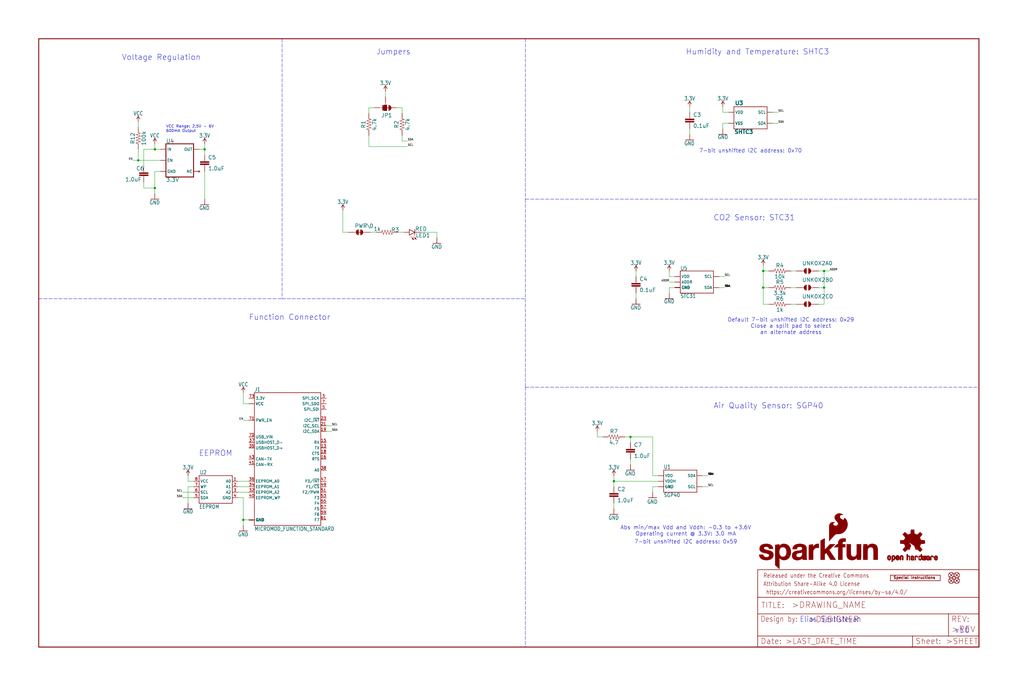
<source format=kicad_sch>
(kicad_sch (version 20211123) (generator eeschema)
  (paper "User" 470.306 317.906)
  (lib_symbols
    (symbol "schematicEagle-eagle-import:0.1UF-0603-25V-5%"
      (property "Reference" "C" (at 1.524 2.921 0))
      (property "Value" "0.1UF-0603-25V-5%" (at 1.524 -2.159 0))
      (symbol "0.1UF-0603-25V-5%_1_0"
        (pin passive line (at 0 5.08 270) (length 2.54) (name "1") (number "1"))
        (pin passive line (at 0 -2.54 90) (length 2.54) (name "2") (number "2"))
      )
    )
    (symbol "schematicEagle-eagle-import:1.0UF-0603-16V-10%"
      (property "Reference" "C" (at 1.524 2.921 0))
      (property "Value" "1.0UF-0603-16V-10%" (at 1.524 -2.159 0))
      (symbol "1.0UF-0603-16V-10%_1_0"
        (pin passive line (at 0 5.08 270) (length 2.54) (name "1") (number "1"))
        (pin passive line (at 0 -2.54 90) (length 2.54) (name "2") (number "2"))
      )
    )
    (symbol "schematicEagle-eagle-import:1.0UF-0603-16V-10%-X7R"
      (property "Reference" "C" (at 1.524 2.921 0))
      (property "Value" "1.0UF-0603-16V-10%-X7R" (at 1.524 -2.159 0))
      (symbol "1.0UF-0603-16V-10%-X7R_1_0"
        (pin passive line (at 0 5.08 270) (length 2.54) (name "1") (number "1"))
        (pin passive line (at 0 -2.54 90) (length 2.54) (name "2") (number "2"))
      )
    )
    (symbol "schematicEagle-eagle-import:100KOHM-0603-1{slash}10W-1%"
      (property "Reference" "R" (at 0 1.524 0))
      (property "Value" "100KOHM-0603-1{slash}10W-1%" (at 0 -1.524 0))
      (symbol "100KOHM-0603-1{slash}10W-1%_1_0"
        (pin passive line (at -5.08 0 0) (length 2.54) (name "1") (number "1"))
        (pin passive line (at 5.08 0 180) (length 2.54) (name "2") (number "2"))
      )
    )
    (symbol "schematicEagle-eagle-import:10KOHM-0603-1{slash}10W-1%"
      (property "Reference" "R" (at 0 1.524 0))
      (property "Value" "10KOHM-0603-1{slash}10W-1%" (at 0 -1.524 0))
      (symbol "10KOHM-0603-1{slash}10W-1%_1_0"
        (pin passive line (at -5.08 0 0) (length 2.54) (name "1") (number "1"))
        (pin passive line (at 5.08 0 180) (length 2.54) (name "2") (number "2"))
      )
    )
    (symbol "schematicEagle-eagle-import:1KOHM-0603-1{slash}10W-1%"
      (property "Reference" "R" (at 0 1.524 0))
      (property "Value" "1KOHM-0603-1{slash}10W-1%" (at 0 -1.524 0))
      (symbol "1KOHM-0603-1{slash}10W-1%_1_0"
        (pin passive line (at -5.08 0 0) (length 2.54) (name "1") (number "1"))
        (pin passive line (at 5.08 0 180) (length 2.54) (name "2") (number "2"))
      )
    )
    (symbol "schematicEagle-eagle-import:3.3KOHM-0603-1{slash}10W-1%"
      (property "Reference" "R" (at 0 1.524 0))
      (property "Value" "3.3KOHM-0603-1{slash}10W-1%" (at 0 -1.524 0))
      (symbol "3.3KOHM-0603-1{slash}10W-1%_1_0"
        (pin passive line (at -5.08 0 0) (length 2.54) (name "1") (number "1"))
        (pin passive line (at 5.08 0 180) (length 2.54) (name "2") (number "2"))
      )
    )
    (symbol "schematicEagle-eagle-import:3.3V" (power)
      (property "Value" "3.3V" (at 0 2.794 0))
      (symbol "3.3V_1_0"
        (pin power_in line (at 0 0 90) (length 2.54) (name "3.3V") (number "1"))
      )
    )
    (symbol "schematicEagle-eagle-import:4.7KOHM-0603-1{slash}10W-1%"
      (property "Reference" "R" (at 0 1.524 0))
      (property "Value" "4.7KOHM-0603-1{slash}10W-1%" (at 0 -1.524 0))
      (symbol "4.7KOHM-0603-1{slash}10W-1%_1_0"
        (pin passive line (at -5.08 0 0) (length 2.54) (name "1") (number "1"))
        (pin passive line (at 5.08 0 180) (length 2.54) (name "2") (number "2"))
      )
    )
    (symbol "schematicEagle-eagle-import:4.7OHM-0603-1{slash}10W-1%"
      (property "Reference" "R" (at 0 1.524 0))
      (property "Value" "4.7OHM-0603-1{slash}10W-1%" (at 0 -1.524 0))
      (symbol "4.7OHM-0603-1{slash}10W-1%_1_0"
        (pin passive line (at -5.08 0 0) (length 2.54) (name "1") (number "1"))
        (pin passive line (at 5.08 0 180) (length 2.54) (name "2") (number "2"))
      )
    )
    (symbol "schematicEagle-eagle-import:EEPROM-I2C512K"
      (property "Reference" "U" (at -7.62 8.382 0))
      (property "Value" "EEPROM-I2C512K" (at -7.62 -7.62 0))
      (symbol "EEPROM-I2C512K_1_0"
        (pin bidirectional line (at -10.16 5.08 0) (length 2.54) (name "A0") (number "1"))
        (pin bidirectional line (at -10.16 2.54 0) (length 2.54) (name "A1") (number "2"))
        (pin bidirectional line (at -10.16 0 0) (length 2.54) (name "A2") (number "3"))
        (pin power_in line (at -10.16 -2.54 0) (length 2.54) (name "GND") (number "4"))
        (pin bidirectional line (at 10.16 -2.54 180) (length 2.54) (name "SDA") (number "5"))
        (pin bidirectional line (at 10.16 0 180) (length 2.54) (name "SCL") (number "6"))
        (pin bidirectional line (at 10.16 2.54 180) (length 2.54) (name "WP") (number "7"))
        (pin power_in line (at 10.16 5.08 180) (length 2.54) (name "VCC") (number "8"))
      )
    )
    (symbol "schematicEagle-eagle-import:FIDUCIAL1X2")
    (symbol "schematicEagle-eagle-import:FRAME-LEDGER"
      (symbol "FRAME-LEDGER_2_0"
        (text " https://creativecommons.org/licenses/by-sa/4.0/" (at 2.54 24.13 0) (effects (font (size 1.9304 1.6408)) (justify left bottom)))
        (text ">DESIGNER" (at 23.114 11.176 0) (effects (font (size 2.7432 2.7432)) (justify left bottom)))
        (text ">DRAWING_NAME" (at 15.494 17.78 0) (effects (font (size 2.7432 2.7432)) (justify left bottom)))
        (text ">LAST_DATE_TIME" (at 12.7 1.27 0) (effects (font (size 2.54 2.54)) (justify left bottom)))
        (text ">REV" (at 88.9 6.604 0) (effects (font (size 2.7432 2.7432)) (justify left bottom)))
        (text ">SHEET" (at 86.36 1.27 0) (effects (font (size 2.54 2.54)) (justify left bottom)))
        (text "Attribution Share-Alike 4.0 License" (at 2.54 27.94 0) (effects (font (size 1.9304 1.6408)) (justify left bottom)))
        (text "Date:" (at 1.27 1.27 0) (effects (font (size 2.54 2.54)) (justify left bottom)))
        (text "Design by:" (at 1.27 11.43 0) (effects (font (size 2.54 2.159)) (justify left bottom)))
        (text "Released under the Creative Commons" (at 2.54 31.75 0) (effects (font (size 1.9304 1.6408)) (justify left bottom)))
        (text "REV:" (at 88.9 11.43 0) (effects (font (size 2.54 2.54)) (justify left bottom)))
        (text "Sheet:" (at 72.39 1.27 0) (effects (font (size 2.54 2.54)) (justify left bottom)))
        (text "TITLE:" (at 1.524 17.78 0) (effects (font (size 2.54 2.54)) (justify left bottom)))
      )
    )
    (symbol "schematicEagle-eagle-import:GND" (power)
      (property "Value" "GND" (at 0 -0.254 0))
      (symbol "GND_1_0"
        (pin power_in line (at 0 2.54 270) (length 2.54) (name "GND") (number "1"))
      )
    )
    (symbol "schematicEagle-eagle-import:JUMPER-SMT_2_NC_TRACE_SILK"
      (property "Reference" "JP" (at -2.54 2.54 0))
      (property "Value" "JUMPER-SMT_2_NC_TRACE_SILK" (at -2.54 -2.54 0))
      (symbol "JUMPER-SMT_2_NC_TRACE_SILK_1_0"
        (pin passive line (at -5.08 0 0) (length 2.54) (name "1") (number "1"))
        (pin passive line (at 5.08 0 180) (length 2.54) (name "2") (number "2"))
      )
    )
    (symbol "schematicEagle-eagle-import:JUMPER-SMT_2_NO_SILK"
      (property "Reference" "JP" (at -2.54 2.54 0))
      (property "Value" "JUMPER-SMT_2_NO_SILK" (at -2.54 -2.54 0))
      (symbol "JUMPER-SMT_2_NO_SILK_1_0"
        (pin passive line (at -5.08 0 0) (length 2.54) (name "1") (number "1"))
        (pin passive line (at 5.08 0 180) (length 2.54) (name "2") (number "2"))
      )
    )
    (symbol "schematicEagle-eagle-import:JUMPER-SMT_3_2-NC_TRACE_SILK"
      (property "Reference" "JP" (at 2.54 0.381 0))
      (property "Value" "JUMPER-SMT_3_2-NC_TRACE_SILK" (at 2.54 -0.381 0))
      (symbol "JUMPER-SMT_3_2-NC_TRACE_SILK_1_0"
        (pin passive line (at 0 5.08 270) (length 2.54) (name "1") (number "1"))
        (pin passive line (at -5.08 0 0) (length 2.54) (name "2") (number "2"))
        (pin passive line (at 0 -5.08 90) (length 2.54) (name "3") (number "3"))
      )
    )
    (symbol "schematicEagle-eagle-import:LED-RED0603"
      (property "Reference" "D" (at -3.429 -4.572 90))
      (property "Value" "LED-RED0603" (at 1.905 -4.572 90))
      (symbol "LED-RED0603_1_0"
        (pin passive line (at 0 2.54 270) (length 2.54) (name "A") (number "A"))
        (pin passive line (at 0 -5.08 90) (length 2.54) (name "C") (number "C"))
      )
    )
    (symbol "schematicEagle-eagle-import:MICROMOD_FUNCTION_STANDARD"
      (property "Reference" "J" (at -15.24 28.448 0))
      (property "Value" "MICROMOD_FUNCTION_STANDARD" (at -15.24 -35.56 0))
      (symbol "MICROMOD_FUNCTION_STANDARD_1_0"
        (pin bidirectional line (at -17.78 -30.48 0) (length 2.54) (name "GND") (number "1"))
        (pin bidirectional line (at 17.78 2.54 180) (length 2.54) (name "TX") (number "13"))
        (pin bidirectional line (at 17.78 5.08 180) (length 2.54) (name "RX") (number "15"))
        (pin bidirectional line (at 17.78 -2.54 180) (length 2.54) (name "RTS") (number "16"))
        (pin bidirectional line (at 17.78 0 180) (length 2.54) (name "CTS") (number "18"))
        (pin bidirectional line (at 17.78 10.16 180) (length 2.54) (name "I2C_SDA") (number "19"))
        (pin bidirectional line (at 17.78 12.7 180) (length 2.54) (name "I2C_SCL") (number "21"))
        (pin bidirectional line (at 17.78 15.24 180) (length 2.54) (name "I2C_~{INT}") (number "23"))
        (pin bidirectional line (at 17.78 25.4 180) (length 2.54) (name "SPI_SCK") (number "3"))
        (pin bidirectional line (at -17.78 -17.78 0) (length 2.54) (name "EEPROM_A2") (number "32"))
        (pin bidirectional line (at -17.78 -30.48 0) (length 2.54) (name "GND") (number "33"))
        (pin bidirectional line (at -17.78 -15.24 0) (length 2.54) (name "EEPROM_A1") (number "34"))
        (pin bidirectional line (at -17.78 2.54 0) (length 2.54) (name "USBHOST_D+") (number "35"))
        (pin bidirectional line (at -17.78 -12.7 0) (length 2.54) (name "EEPROM_A0") (number "36"))
        (pin bidirectional line (at -17.78 5.08 0) (length 2.54) (name "USBHOST_D-") (number "37"))
        (pin bidirectional line (at 17.78 -7.62 180) (length 2.54) (name "A0") (number "38"))
        (pin bidirectional line (at -17.78 -30.48 0) (length 2.54) (name "GND") (number "39"))
        (pin bidirectional line (at -17.78 -20.32 0) (length 2.54) (name "EEPROM_WP") (number "40"))
        (pin bidirectional line (at -17.78 -5.08 0) (length 2.54) (name "CAN-RX") (number "41"))
        (pin bidirectional line (at -17.78 -2.54 0) (length 2.54) (name "CAN-TX") (number "43"))
        (pin bidirectional line (at -17.78 -30.48 0) (length 2.54) (name "GND") (number "45"))
        (pin bidirectional line (at 17.78 -12.7 180) (length 2.54) (name "F0/~{INT}") (number "47"))
        (pin bidirectional line (at 17.78 -15.24 180) (length 2.54) (name "F1/~{CS}") (number "49"))
        (pin bidirectional line (at 17.78 20.32 180) (length 2.54) (name "SPI_SDI") (number "5"))
        (pin bidirectional line (at 17.78 -17.78 180) (length 2.54) (name "F2/PWM") (number "51"))
        (pin bidirectional line (at 17.78 -20.32 180) (length 2.54) (name "F3") (number "53"))
        (pin bidirectional line (at 17.78 -22.86 180) (length 2.54) (name "F4") (number "55"))
        (pin bidirectional line (at 17.78 -25.4 180) (length 2.54) (name "F5") (number "57"))
        (pin bidirectional line (at 17.78 -27.94 180) (length 2.54) (name "F6") (number "59"))
        (pin bidirectional line (at 17.78 -30.48 180) (length 2.54) (name "F7") (number "61"))
        (pin bidirectional line (at 17.78 22.86 180) (length 2.54) (name "SPI_SDO") (number "7"))
        (pin bidirectional line (at -17.78 7.62 0) (length 2.54) (name "USB_VIN") (number "70"))
        (pin bidirectional line (at -17.78 15.24 0) (length 2.54) (name "PWR_EN") (number "71"))
        (pin bidirectional line (at -17.78 22.86 0) (length 2.54) (name "VCC") (number "72"))
        (pin bidirectional line (at -17.78 25.4 0) (length 2.54) (name "3.3V") (number "73"))
        (pin bidirectional line (at -17.78 22.86 0) (length 2.54) (name "VCC") (number "74"))
        (pin bidirectional line (at -17.78 -30.48 0) (length 2.54) (name "GND") (number "75"))
        (pin bidirectional line (at -17.78 -30.48 0) (length 2.54) (name "GND") (number "GND1"))
        (pin bidirectional line (at -17.78 -30.48 0) (length 2.54) (name "GND") (number "GND2"))
        (pin bidirectional line (at -17.78 -30.48 0) (length 2.54) (name "GND") (number "GND3"))
        (pin bidirectional line (at -17.78 -30.48 0) (length 2.54) (name "GND") (number "GND4"))
        (pin bidirectional line (at -17.78 -30.48 0) (length 2.54) (name "GND") (number "GND5"))
        (pin bidirectional line (at -17.78 -30.48 0) (length 2.54) (name "GND") (number "GND6"))
      )
    )
    (symbol "schematicEagle-eagle-import:OSHW-LOGOS")
    (symbol "schematicEagle-eagle-import:SFE_LOGO_NAME_FLAME.2_INCH")
    (symbol "schematicEagle-eagle-import:SGP40"
      (property "Reference" "U" (at -7.62 5.588 0))
      (property "Value" "SGP40" (at -7.62 -7.366 0))
      (symbol "SGP40_1_0"
        (pin power_in line (at -10.16 2.54 0) (length 2.54) (name "VDD") (number "1"))
        (pin power_in line (at -10.16 -2.54 0) (length 2.54) (name "GND") (number "2"))
        (pin bidirectional line (at 10.16 2.54 180) (length 2.54) (name "SDA") (number "3"))
        (pin power_in line (at -10.16 -2.54 0) (length 2.54) (name "GND") (number "4"))
        (pin power_in line (at -10.16 0 0) (length 2.54) (name "VDDH") (number "5"))
        (pin bidirectional line (at 10.16 -2.54 180) (length 2.54) (name "SCL") (number "6"))
        (pin power_in line (at -10.16 -2.54 0) (length 2.54) (name "GND") (number "DIEPAD"))
      )
    )
    (symbol "schematicEagle-eagle-import:SHTC3"
      (property "Reference" "U" (at -7.366 5.588 0))
      (property "Value" "SHTC3" (at -7.62 -7.62 0))
      (symbol "SHTC3_1_0"
        (pin bidirectional line (at -10.16 2.54 0) (length 2.54) (name "VDD") (number "1"))
        (pin bidirectional line (at 10.16 2.54 180) (length 2.54) (name "SCL") (number "2"))
        (pin bidirectional line (at 10.16 -2.54 180) (length 2.54) (name "SDA") (number "3"))
        (pin bidirectional line (at -10.16 -2.54 0) (length 2.54) (name "VSS") (number "4"))
        (pin bidirectional line (at -10.16 -2.54 0) (length 2.54) (name "VSS") (number "5"))
      )
    )
    (symbol "schematicEagle-eagle-import:SPECIAL_INSTRUCTIONS-ORDERING"
      (symbol "SPECIAL_INSTRUCTIONS-ORDERING_1_0"
        (text "Special Instructions" (at 1.27 0.6985 0) (effects (font (size 1.27 1.27) (thickness 0.254) bold) (justify left bottom)))
      )
    )
    (symbol "schematicEagle-eagle-import:STC31"
      (property "Reference" "U" (at -7.62 5.334 0))
      (property "Value" "STC31" (at -7.62 -7.366 0))
      (symbol "STC31_1_0"
        (pin power_in line (at -10.16 -2.54 0) (length 2.54) (name "GND") (number "1"))
        (pin power_in line (at -10.16 -2.54 0) (length 2.54) (name "GND") (number "11"))
        (pin bidirectional line (at -10.16 0 0) (length 2.54) (name "ADDR") (number "3"))
        (pin bidirectional line (at 10.16 2.54 180) (length 2.54) (name "SCL") (number "4"))
        (pin power_in line (at -10.16 -2.54 0) (length 2.54) (name "GND") (number "5"))
        (pin power_in line (at -10.16 2.54 0) (length 2.54) (name "VDD") (number "6"))
        (pin bidirectional line (at 10.16 -2.54 180) (length 2.54) (name "SDA") (number "7"))
        (pin power_in line (at -10.16 -2.54 0) (length 2.54) (name "GND") (number "9"))
        (pin power_in line (at -10.16 -2.54 0) (length 2.54) (name "GND") (number "DIEPAD"))
      )
    )
    (symbol "schematicEagle-eagle-import:VCC" (power)
      (property "Value" "VCC" (at 0 2.794 0))
      (symbol "VCC_1_0"
        (pin power_in line (at 0 0 90) (length 2.54) (name "VCC") (number "1"))
      )
    )
    (symbol "schematicEagle-eagle-import:V_REG_AP2112K-3.3V"
      (property "Reference" "U" (at -7.62 7.874 0))
      (property "Value" "V_REG_AP2112K-3.3V" (at -7.62 -7.874 0))
      (symbol "V_REG_AP2112K-3.3V_1_0"
        (pin input line (at -10.16 5.08 0) (length 2.54) (name "IN") (number "1"))
        (pin input line (at -10.16 -5.08 0) (length 2.54) (name "GND") (number "2"))
        (pin input line (at -10.16 0 0) (length 2.54) (name "EN") (number "3"))
        (pin no_connect line (at 7.62 -5.08 180) (length 2.54) (name "NC") (number "4"))
        (pin passive line (at 7.62 5.08 180) (length 2.54) (name "OUT") (number "5"))
      )
    )
  )
  (junction (at 71.12 68.58))
  (junction (at 350.52 124.46))
  (junction (at 111.76 238.76))
  (junction (at 63.5 73.66))
  (junction (at 71.12 86.36))
  (junction (at 289.56 200.66))
  (junction (at 281.94 220.98))
  (junction (at 350.52 132.08))
  (junction (at 93.98 68.58))
  (junction (at 378.46 124.46))
  (junction (at 378.46 132.08))
  (polyline (pts (xy 17.78 137.16) (xy 129.54 137.16)))
  (wire (pts (xy 66.04 76.2) (xy 66.04 68.58)))
  (wire (pts (xy 182.118 49.53) (xy 184.658 49.53)))
  (wire (pts (xy 111.76 193.04) (xy 114.3 193.04)))
  (wire (pts (xy 93.98 66.04) (xy 93.98 68.58)))
  (wire (pts (xy 309.88 127) (xy 307.34 127)))
  (wire (pts (xy 149.86 198.12) (xy 152.4 198.12)))
  (wire (pts (xy 350.52 139.7) (xy 350.52 132.08)))
  (wire (pts (xy 71.12 86.36) (xy 71.12 88.9)))
  (wire (pts (xy 185.42 106.68) (xy 182.88 106.68)))
  (wire (pts (xy 169.418 62.23) (xy 169.418 67.31)))
  (wire (pts (xy 365.76 139.7) (xy 363.22 139.7)))
  (wire (pts (xy 378.46 139.7) (xy 378.46 132.08)))
  (wire (pts (xy 114.3 238.76) (xy 111.76 238.76)))
  (polyline (pts (xy 241.3 17.78) (xy 241.3 91.44)))
  (wire (pts (xy 169.418 49.53) (xy 169.418 52.07)))
  (wire (pts (xy 307.34 127) (xy 307.34 124.46)))
  (wire (pts (xy 184.658 64.77) (xy 187.198 64.77)))
  (wire (pts (xy 330.2 132.08) (xy 332.74 132.08)))
  (wire (pts (xy 331.978 51.562) (xy 331.978 49.022)))
  (wire (pts (xy 111.76 228.6) (xy 111.76 238.76)))
  (wire (pts (xy 177.038 44.45) (xy 177.038 41.91)))
  (wire (pts (xy 184.658 62.23) (xy 184.658 64.77)))
  (wire (pts (xy 73.66 78.74) (xy 71.12 78.74)))
  (wire (pts (xy 66.04 86.36) (xy 71.12 86.36)))
  (wire (pts (xy 109.22 226.06) (xy 114.3 226.06)))
  (wire (pts (xy 86.36 223.52) (xy 86.36 231.14)))
  (wire (pts (xy 353.06 132.08) (xy 350.52 132.08)))
  (wire (pts (xy 169.418 67.31) (xy 187.198 67.31)))
  (wire (pts (xy 157.48 106.68) (xy 157.48 96.52)))
  (wire (pts (xy 109.22 220.98) (xy 114.3 220.98)))
  (wire (pts (xy 331.978 56.642) (xy 331.978 59.182)))
  (wire (pts (xy 309.88 129.54) (xy 307.34 129.54)))
  (wire (pts (xy 73.66 73.66) (xy 63.5 73.66)))
  (wire (pts (xy 302.26 223.52) (xy 299.72 223.52)))
  (wire (pts (xy 302.26 220.98) (xy 281.94 220.98)))
  (wire (pts (xy 299.72 223.52) (xy 299.72 226.06)))
  (wire (pts (xy 365.76 132.08) (xy 363.22 132.08)))
  (wire (pts (xy 302.26 218.44) (xy 299.72 218.44)))
  (wire (pts (xy 86.36 220.98) (xy 86.36 218.44)))
  (wire (pts (xy 111.76 238.76) (xy 111.76 241.3)))
  (wire (pts (xy 88.9 228.6) (xy 83.82 228.6)))
  (wire (pts (xy 274.32 200.66) (xy 274.32 198.12)))
  (wire (pts (xy 316.738 59.182) (xy 316.738 61.722)))
  (wire (pts (xy 91.44 68.58) (xy 93.98 68.58)))
  (polyline (pts (xy 129.54 17.78) (xy 129.54 137.16)))
  (wire (pts (xy 88.9 220.98) (xy 86.36 220.98)))
  (wire (pts (xy 378.46 132.08) (xy 378.46 124.46)))
  (polyline (pts (xy 241.3 91.44) (xy 241.3 137.16)))
  (wire (pts (xy 353.06 124.46) (xy 350.52 124.46)))
  (wire (pts (xy 307.34 132.08) (xy 307.34 134.62)))
  (wire (pts (xy 93.98 91.44) (xy 93.98 78.74)))
  (wire (pts (xy 350.52 132.08) (xy 350.52 124.46)))
  (wire (pts (xy 276.86 200.66) (xy 274.32 200.66)))
  (wire (pts (xy 322.58 218.44) (xy 325.12 218.44)))
  (wire (pts (xy 63.5 73.66) (xy 63.5 68.58)))
  (wire (pts (xy 93.98 68.58) (xy 93.98 71.12)))
  (wire (pts (xy 365.76 124.46) (xy 363.22 124.46)))
  (wire (pts (xy 334.518 51.562) (xy 331.978 51.562)))
  (wire (pts (xy 109.22 228.6) (xy 111.76 228.6)))
  (wire (pts (xy 330.2 127) (xy 332.74 127)))
  (wire (pts (xy 334.518 56.642) (xy 331.978 56.642)))
  (wire (pts (xy 160.02 106.68) (xy 157.48 106.68)))
  (wire (pts (xy 299.72 200.66) (xy 289.56 200.66)))
  (wire (pts (xy 73.66 68.58) (xy 71.12 68.58)))
  (wire (pts (xy 200.66 106.68) (xy 193.04 106.68)))
  (polyline (pts (xy 241.3 177.8) (xy 449.58 177.8)))
  (wire (pts (xy 88.9 226.06) (xy 83.82 226.06)))
  (polyline (pts (xy 241.3 91.44) (xy 449.58 91.44)))
  (wire (pts (xy 292.1 127) (xy 292.1 124.46)))
  (wire (pts (xy 354.838 56.642) (xy 357.378 56.642)))
  (wire (pts (xy 171.958 49.53) (xy 169.418 49.53)))
  (wire (pts (xy 375.92 132.08) (xy 378.46 132.08)))
  (wire (pts (xy 299.72 218.44) (xy 299.72 200.66)))
  (wire (pts (xy 292.1 134.62) (xy 292.1 137.16)))
  (wire (pts (xy 309.88 132.08) (xy 307.34 132.08)))
  (wire (pts (xy 322.58 223.52) (xy 325.12 223.52)))
  (wire (pts (xy 353.06 139.7) (xy 350.52 139.7)))
  (wire (pts (xy 375.92 124.46) (xy 378.46 124.46)))
  (wire (pts (xy 149.86 195.58) (xy 152.4 195.58)))
  (wire (pts (xy 378.46 124.46) (xy 381 124.46)))
  (wire (pts (xy 114.3 185.42) (xy 111.76 185.42)))
  (wire (pts (xy 281.94 231.14) (xy 281.94 233.68)))
  (polyline (pts (xy 241.3 177.8) (xy 241.3 297.18)))
  (wire (pts (xy 354.838 51.562) (xy 357.378 51.562)))
  (wire (pts (xy 66.04 86.36) (xy 66.04 83.82)))
  (wire (pts (xy 111.76 185.42) (xy 111.76 180.34)))
  (wire (pts (xy 281.94 218.44) (xy 281.94 220.98)))
  (wire (pts (xy 289.56 210.82) (xy 289.56 213.36)))
  (wire (pts (xy 109.22 223.52) (xy 114.3 223.52)))
  (wire (pts (xy 281.94 220.98) (xy 281.94 223.52)))
  (wire (pts (xy 184.658 49.53) (xy 184.658 52.07)))
  (polyline (pts (xy 241.3 137.16) (xy 241.3 177.8)))
  (wire (pts (xy 170.18 106.68) (xy 172.72 106.68)))
  (wire (pts (xy 289.56 200.66) (xy 289.56 203.2)))
  (wire (pts (xy 63.5 58.42) (xy 63.5 55.88)))
  (wire (pts (xy 375.92 139.7) (xy 378.46 139.7)))
  (wire (pts (xy 316.738 49.022) (xy 316.738 51.562)))
  (polyline (pts (xy 129.54 137.16) (xy 241.3 137.16)))
  (wire (pts (xy 88.9 223.52) (xy 86.36 223.52)))
  (wire (pts (xy 63.5 73.66) (xy 60.96 73.66)))
  (wire (pts (xy 71.12 78.74) (xy 71.12 86.36)))
  (wire (pts (xy 71.12 68.58) (xy 71.12 66.04)))
  (wire (pts (xy 350.52 124.46) (xy 350.52 121.92)))
  (wire (pts (xy 66.04 68.58) (xy 71.12 68.58)))
  (wire (pts (xy 200.66 106.68) (xy 200.66 109.22)))
  (wire (pts (xy 287.02 200.66) (xy 289.56 200.66)))
  (text "Function Connector" (at 114.3 147.32 180) (effects (font (size 2.54 2.54)) (justify left bottom)))
  (text "Abs min/max Vdd and Vddh: -0.3 to +3.6V\nOperating current @ 3.3V: 3.0 mA" (at 314.96 243.84 0) (effects (font (size 1.778 1.778))))
  (text "7-bit unshifted I2C address: 0x59" (at 314.96 248.92 180) (effects (font (size 1.778 1.778))))
  (text "VCC Range: 2.5V - 6V\n600mA Output" (at 76.2 60.96 180) (effects (font (size 1.27 1.27)) (justify left bottom)))
  (text "Default 7-bit unshifted I2C address: 0x29\nClose a split pad to select\nan alternate address" (at 363.22 149.86 0) (effects (font (size 1.778 1.778))))
  (text "7-bit unshifted I2C address: 0x70" (at 344.678 69.342 180) (effects (font (size 1.778 1.778))))
  (text "Voltage Regulation" (at 55.88 27.94 180) (effects (font (size 2.54 2.54)) (justify left bottom)))
  (text "Air Quality Sensor: SGP40" (at 327.66 187.96 180) (effects (font (size 2.54 2.54)) (justify left bottom)))
  (text "Humidity and Temperature: SHTC3" (at 314.96 25.4 180) (effects (font (size 2.54 2.54)) (justify left bottom)))
  (text "EEPROM" (at 99.06 208.28 180) (effects (font (size 2.54 2.54))))
  (text "Jumpers" (at 172.72 25.4 180) (effects (font (size 2.54 2.54)) (justify left bottom)))
  (text "CO2 Sensor: STC31" (at 327.66 101.6 180) (effects (font (size 2.54 2.54)) (justify left bottom)))
  (text "Elias Santistevan" (at 367.284 286.004 180) (effects (font (size 2.54 2.159)) (justify left bottom)))
  (text "v10" (at 441.96 289.56 180) (effects (font (size 2.54 2.54))))
  (label "SDA" (at 152.4 198.12 0) (effects (font (size 0.889 0.889))))
  (label "SDA" (at 325.12 218.44 0) (effects (font (size 0.889 0.889))))
  (label "SDA" (at 332.74 132.08 0) (effects (font (size 0.889 0.889))))
  (label "EN" (at 60.96 73.66 180) (effects (font (size 0.889 0.889))))
  (label "SCL" (at 152.4 195.58 0) (effects (font (size 0.889 0.889))))
  (label "SDA" (at 325.12 218.44 0) (effects (font (size 0.889 0.889))))
  (label "EN" (at 111.76 193.04 180) (effects (font (size 0.889 0.889))))
  (label "SCL" (at 357.378 51.562 0) (effects (font (size 0.889 0.889))))
  (label "SDA" (at 357.378 56.642 0) (effects (font (size 0.889 0.889))))
  (label "SDA" (at 332.74 132.08 0) (effects (font (size 0.889 0.889))))
  (label "SDA" (at 332.74 132.08 0) (effects (font (size 0.889 0.889))))
  (label "SDA" (at 325.12 218.44 0) (effects (font (size 0.889 0.889))))
  (label "SCL" (at 325.12 223.52 0) (effects (font (size 0.889 0.889))))
  (label "SCL" (at 187.198 67.31 0) (effects (font (size 0.889 0.889))))
  (label "ADDR" (at 307.34 129.54 180) (effects (font (size 0.889 0.889))))
  (label "SCL" (at 332.74 127 0) (effects (font (size 0.889 0.889))))
  (label "SDA" (at 83.82 228.6 180) (effects (font (size 0.889 0.889))))
  (label "SDA" (at 325.12 218.44 0) (effects (font (size 0.889 0.889))))
  (label "SDA" (at 332.74 132.08 0) (effects (font (size 0.889 0.889))))
  (label "SDA" (at 325.12 218.44 0) (effects (font (size 0.889 0.889))))
  (label "SCL" (at 83.82 226.06 180) (effects (font (size 0.889 0.889))))
  (label "ADDR" (at 381 124.46 0) (effects (font (size 0.889 0.889))))
  (label "SDA" (at 187.198 64.77 0) (effects (font (size 0.889 0.889))))
  (label "SDA" (at 332.74 132.08 0) (effects (font (size 0.889 0.889))))
  (symbol (lib_id "schematicEagle-eagle-import:JUMPER-SMT_2_NC_TRACE_SILK") (at 165.1 106.68 180) (unit 1)
    (property "Reference" "PWR\\0" (at 162.814 104.775 0) (effects (font (size 1.778 1.778)) (justify right top)))
    (property "Value" "JUMPER-SMT_2_NC_TRACE_SILK" (effects hide))
    (property "Footprint" "schematicEagle:SMT-JUMPER_2_NC_TRACE_SILK" (effects hide))
  )
  (symbol (lib_id "schematicEagle-eagle-import:GND") (at 307.34 137.16 0) (unit 1)
    (property "Reference" "#GND1" (effects hide))
    (property "Value" "GND" (at 307.34 137.414 0) (effects (font (size 1.778 1.5113)) (justify top)))
    (property "Footprint" "schematicEagle:" (effects hide))
  )
  (symbol (lib_id "schematicEagle-eagle-import:3.3V") (at 86.36 218.44 0) (unit 1)
    (property "Reference" "#SUPPLY14" (effects hide))
    (property "Value" "3.3V" (at 86.36 215.646 0) (effects (font (size 1.778 1.5113)) (justify bottom)))
    (property "Footprint" "schematicEagle:" (effects hide))
  )
  (symbol (lib_id "schematicEagle-eagle-import:4.7KOHM-0603-1{slash}10W-1%") (at 184.658 57.15 90) (unit 1)
    (property "Reference" "R2" (at 183.134 57.15 0) (effects (font (size 1.778 1.778)) (justify bottom)))
    (property "Value" "4.7k" (at 186.182 57.15 0) (effects (font (size 1.778 1.778)) (justify top)))
    (property "Footprint" "schematicEagle:0603" (effects hide))
  )
  (symbol (lib_id "schematicEagle-eagle-import:GND") (at 316.738 64.262 0) (unit 1)
    (property "Reference" "#GND4" (effects hide))
    (property "Value" "GND" (at 314.198 66.802 0) (effects (font (size 1.778 1.5113)) (justify left bottom)))
    (property "Footprint" "schematicEagle:" (effects hide))
  )
  (symbol (lib_id "schematicEagle-eagle-import:1.0UF-0603-16V-10%") (at 66.04 81.28 0) (unit 1)
    (property "Reference" "C6" (at 62.484 78.359 0) (effects (font (size 1.778 1.778)) (justify left bottom)))
    (property "Value" "1.0uF" (at 57.404 83.439 0) (effects (font (size 1.778 1.778)) (justify left bottom)))
    (property "Footprint" "schematicEagle:0603" (effects hide))
  )
  (symbol (lib_id "schematicEagle-eagle-import:4.7KOHM-0603-1{slash}10W-1%") (at 169.418 57.15 90) (unit 1)
    (property "Reference" "R1" (at 167.894 57.15 0) (effects (font (size 1.778 1.778)) (justify bottom)))
    (property "Value" "4.7k" (at 170.942 57.15 0) (effects (font (size 1.778 1.778)) (justify top)))
    (property "Footprint" "schematicEagle:0603" (effects hide))
  )
  (symbol (lib_id "schematicEagle-eagle-import:3.3V") (at 331.978 49.022 0) (unit 1)
    (property "Reference" "#SUPPLY8" (effects hide))
    (property "Value" "3.3V" (at 331.978 46.228 0) (effects (font (size 1.778 1.5113)) (justify bottom)))
    (property "Footprint" "schematicEagle:" (effects hide))
  )
  (symbol (lib_id "schematicEagle-eagle-import:GND") (at 111.76 243.84 0) (unit 1)
    (property "Reference" "#GND8" (effects hide))
    (property "Value" "GND" (at 109.22 246.38 0) (effects (font (size 1.778 1.5113)) (justify left bottom)))
    (property "Footprint" "schematicEagle:" (effects hide))
  )
  (symbol (lib_id "schematicEagle-eagle-import:3.3V") (at 93.98 66.04 0) (unit 1)
    (property "Reference" "#SUPPLY2" (effects hide))
    (property "Value" "3.3V" (at 93.98 63.246 0) (effects (font (size 1.778 1.5113)) (justify bottom)))
    (property "Footprint" "schematicEagle:" (effects hide))
  )
  (symbol (lib_id "schematicEagle-eagle-import:VCC") (at 111.76 180.34 0) (unit 1)
    (property "Reference" "#SUPPLY13" (effects hide))
    (property "Value" "VCC" (at 111.76 177.546 0) (effects (font (size 1.778 1.5113)) (justify bottom)))
    (property "Footprint" "schematicEagle:" (effects hide))
  )
  (symbol (lib_id "schematicEagle-eagle-import:SPECIAL_INSTRUCTIONS-ORDERING") (at 408.94 266.7 0) (unit 1)
    (property "Reference" "LOGO3" (effects hide))
    (property "Value" "SPECIAL_INSTRUCTIONS-ORDERING" (effects hide))
    (property "Footprint" "schematicEagle:ORDERING_INSTRUCTIONS" (effects hide))
  )
  (symbol (lib_id "schematicEagle-eagle-import:3.3V") (at 307.34 124.46 0) (unit 1)
    (property "Reference" "#SUPPLY5" (effects hide))
    (property "Value" "3.3V" (at 307.34 121.666 0) (effects (font (size 1.778 1.5113)) (justify bottom)))
    (property "Footprint" "schematicEagle:" (effects hide))
  )
  (symbol (lib_id "schematicEagle-eagle-import:FIDUCIAL1X2") (at 436.88 266.7 0) (unit 1)
    (property "Reference" "FD2" (effects hide))
    (property "Value" "FIDUCIAL1X2" (effects hide))
    (property "Footprint" "schematicEagle:FIDUCIAL-1X2" (effects hide))
  )
  (symbol (lib_id "schematicEagle-eagle-import:3.3V") (at 274.32 198.12 0) (unit 1)
    (property "Reference" "#SUPPLY10" (effects hide))
    (property "Value" "3.3V" (at 274.32 195.326 0) (effects (font (size 1.778 1.5113)) (justify bottom)))
    (property "Footprint" "schematicEagle:" (effects hide))
  )
  (symbol (lib_id "schematicEagle-eagle-import:GND") (at 86.36 233.68 0) (unit 1)
    (property "Reference" "#GND9" (effects hide))
    (property "Value" "GND" (at 86.36 233.934 0) (effects (font (size 1.778 1.5113)) (justify top)))
    (property "Footprint" "schematicEagle:" (effects hide))
  )
  (symbol (lib_id "schematicEagle-eagle-import:3.3V") (at 157.48 96.52 0) (unit 1)
    (property "Reference" "#SUPPLY12" (effects hide))
    (property "Value" "3.3V" (at 157.48 93.726 0) (effects (font (size 1.778 1.5113)) (justify bottom)))
    (property "Footprint" "schematicEagle:" (effects hide))
  )
  (symbol (lib_id "schematicEagle-eagle-import:GND") (at 93.98 93.98 0) (unit 1)
    (property "Reference" "#GND11" (effects hide))
    (property "Value" "GND" (at 91.44 96.52 0) (effects (font (size 1.778 1.5113)) (justify left bottom)))
    (property "Footprint" "schematicEagle:" (effects hide))
  )
  (symbol (lib_id "schematicEagle-eagle-import:100KOHM-0603-1{slash}10W-1%") (at 63.5 63.5 90) (unit 1)
    (property "Reference" "R12" (at 61.976 63.5 0) (effects (font (size 1.778 1.778)) (justify bottom)))
    (property "Value" "100k" (at 65.024 63.5 0) (effects (font (size 1.778 1.778)) (justify top)))
    (property "Footprint" "schematicEagle:0603" (effects hide))
  )
  (symbol (lib_id "schematicEagle-eagle-import:EEPROM-I2C512K") (at 99.06 226.06 0) (mirror y) (unit 1)
    (property "Reference" "U2" (at 91.694 217.932 0) (effects (font (size 1.778 1.5113)) (justify right bottom)))
    (property "Value" "EEPROM" (at 91.44 233.68 0) (effects (font (size 1.778 1.5113)) (justify right bottom)))
    (property "Footprint" "schematicEagle:SO08" (effects hide))
  )
  (symbol (lib_id "schematicEagle-eagle-import:GND") (at 292.1 139.7 0) (unit 1)
    (property "Reference" "#GND2" (effects hide))
    (property "Value" "GND" (at 289.56 142.24 0) (effects (font (size 1.778 1.5113)) (justify left bottom)))
    (property "Footprint" "schematicEagle:" (effects hide))
  )
  (symbol (lib_id "schematicEagle-eagle-import:GND") (at 331.978 61.722 0) (unit 1)
    (property "Reference" "#GND5" (effects hide))
    (property "Value" "GND" (at 331.978 61.976 0) (effects (font (size 1.778 1.5113)) (justify top)))
    (property "Footprint" "schematicEagle:" (effects hide))
  )
  (symbol (lib_id "schematicEagle-eagle-import:FRAME-LEDGER") (at 17.78 297.18 0) (unit 1)
    (property "Reference" "FRAME1" (effects hide))
    (property "Value" "FRAME-LEDGER" (effects hide))
    (property "Footprint" "schematicEagle:CREATIVE_COMMONS" (effects hide))
  )
  (symbol (lib_id "schematicEagle-eagle-import:0.1UF-0603-25V-5%") (at 292.1 132.08 0) (unit 1)
    (property "Reference" "C4" (at 293.624 129.159 0) (effects (font (size 1.778 1.778)) (justify left bottom)))
    (property "Value" "0.1uF" (at 293.624 134.239 0) (effects (font (size 1.778 1.778)) (justify left bottom)))
    (property "Footprint" "schematicEagle:0603" (effects hide))
  )
  (symbol (lib_id "schematicEagle-eagle-import:SFE_LOGO_NAME_FLAME.2_INCH") (at 347.98 261.62 0) (unit 1)
    (property "Reference" "LOGO1" (effects hide))
    (property "Value" "SFE_LOGO_NAME_FLAME.2_INCH" (effects hide))
    (property "Footprint" "schematicEagle:SFE_LOGO_NAME_FLAME_.2" (effects hide))
  )
  (symbol (lib_id "schematicEagle-eagle-import:FIDUCIAL1X2") (at 439.42 266.7 0) (unit 1)
    (property "Reference" "FD4" (effects hide))
    (property "Value" "FIDUCIAL1X2" (effects hide))
    (property "Footprint" "schematicEagle:FIDUCIAL-1X2" (effects hide))
  )
  (symbol (lib_id "schematicEagle-eagle-import:10KOHM-0603-1{slash}10W-1%") (at 358.14 124.46 0) (unit 1)
    (property "Reference" "R4" (at 358.14 122.936 0) (effects (font (size 1.778 1.778)) (justify bottom)))
    (property "Value" "10k" (at 358.14 125.984 0) (effects (font (size 1.778 1.778)) (justify top)))
    (property "Footprint" "schematicEagle:0603" (effects hide))
  )
  (symbol (lib_id "schematicEagle-eagle-import:GND") (at 281.94 236.22 0) (unit 1)
    (property "Reference" "#GND3" (effects hide))
    (property "Value" "GND" (at 279.4 238.76 0) (effects (font (size 1.778 1.5113)) (justify left bottom)))
    (property "Footprint" "schematicEagle:" (effects hide))
  )
  (symbol (lib_id "schematicEagle-eagle-import:1KOHM-0603-1{slash}10W-1%") (at 358.14 139.7 0) (unit 1)
    (property "Reference" "R6" (at 358.14 138.176 0) (effects (font (size 1.778 1.778)) (justify bottom)))
    (property "Value" "1k" (at 358.14 141.224 0) (effects (font (size 1.778 1.778)) (justify top)))
    (property "Footprint" "schematicEagle:0603" (effects hide))
  )
  (symbol (lib_id "schematicEagle-eagle-import:MICROMOD_FUNCTION_STANDARD") (at 132.08 208.28 0) (unit 1)
    (property "Reference" "J1" (at 116.84 179.832 0) (effects (font (size 1.778 1.5113)) (justify left bottom)))
    (property "Value" "MICROMOD_FUNCTION_STANDARD" (at 116.84 243.84 0) (effects (font (size 1.778 1.5113)) (justify left bottom)))
    (property "Footprint" "schematicEagle:M.2-CARD-E-22_FUNCTION_STANDARD" (effects hide))
  )
  (symbol (lib_id "schematicEagle-eagle-import:FIDUCIAL1X2") (at 436.88 264.16 0) (unit 1)
    (property "Reference" "FD3" (effects hide))
    (property "Value" "FIDUCIAL1X2" (effects hide))
    (property "Footprint" "schematicEagle:FIDUCIAL-1X2" (effects hide))
  )
  (symbol (lib_id "schematicEagle-eagle-import:4.7OHM-0603-1{slash}10W-1%") (at 281.94 200.66 0) (unit 1)
    (property "Reference" "R7" (at 281.94 199.136 0) (effects (font (size 1.778 1.778)) (justify bottom)))
    (property "Value" "4.7" (at 281.94 202.184 0) (effects (font (size 1.778 1.778)) (justify top)))
    (property "Footprint" "schematicEagle:0603" (effects hide))
  )
  (symbol (lib_id "schematicEagle-eagle-import:1.0UF-0603-16V-10%") (at 93.98 76.2 0) (unit 1)
    (property "Reference" "C5" (at 95.504 73.279 0) (effects (font (size 1.778 1.778)) (justify left bottom)))
    (property "Value" "1.0uF" (at 95.504 78.359 0) (effects (font (size 1.778 1.778)) (justify left bottom)))
    (property "Footprint" "schematicEagle:0603" (effects hide))
  )
  (symbol (lib_id "schematicEagle-eagle-import:3.3V") (at 316.738 49.022 0) (unit 1)
    (property "Reference" "#SUPPLY4" (effects hide))
    (property "Value" "3.3V" (at 316.738 46.228 0) (effects (font (size 1.778 1.5113)) (justify bottom)))
    (property "Footprint" "schematicEagle:" (effects hide))
  )
  (symbol (lib_id "schematicEagle-eagle-import:0.1UF-0603-25V-5%") (at 316.738 56.642 0) (unit 1)
    (property "Reference" "C3" (at 318.262 53.721 0) (effects (font (size 1.778 1.778)) (justify left bottom)))
    (property "Value" "0.1uF" (at 318.262 58.801 0) (effects (font (size 1.778 1.778)) (justify left bottom)))
    (property "Footprint" "schematicEagle:0603" (effects hide))
  )
  (symbol (lib_id "schematicEagle-eagle-import:V_REG_AP2112K-3.3V") (at 83.82 73.66 0) (unit 1)
    (property "Reference" "U4" (at 76.2 65.786 0) (effects (font (size 1.778 1.778)) (justify left bottom)))
    (property "Value" "3.3V" (at 76.2 81.534 0) (effects (font (size 1.778 1.778)) (justify left top)))
    (property "Footprint" "schematicEagle:SOT23-5" (effects hide))
  )
  (symbol (lib_id "schematicEagle-eagle-import:GND") (at 299.72 228.6 0) (unit 1)
    (property "Reference" "#GND6" (effects hide))
    (property "Value" "GND" (at 297.18 231.394 0) (effects (font (size 1.778 1.5113)) (justify left bottom)))
    (property "Footprint" "schematicEagle:" (effects hide))
  )
  (symbol (lib_id "schematicEagle-eagle-import:SHTC3") (at 344.678 54.102 0) (unit 1)
    (property "Reference" "U3" (at 337.312 48.514 0) (effects (font (size 1.778 1.778) bold) (justify left bottom)))
    (property "Value" "SHTC3" (at 337.058 61.722 0) (effects (font (size 1.778 1.778) bold) (justify left bottom)))
    (property "Footprint" "schematicEagle:SHTC3" (effects hide))
  )
  (symbol (lib_id "schematicEagle-eagle-import:3.3V") (at 177.038 41.91 0) (unit 1)
    (property "Reference" "#SUPPLY11" (effects hide))
    (property "Value" "3.3V" (at 177.038 39.116 0) (effects (font (size 1.778 1.5113)) (justify bottom)))
    (property "Footprint" "schematicEagle:" (effects hide))
  )
  (symbol (lib_id "schematicEagle-eagle-import:3.3V") (at 281.94 218.44 0) (unit 1)
    (property "Reference" "#SUPPLY9" (effects hide))
    (property "Value" "3.3V" (at 281.94 215.646 0) (effects (font (size 1.778 1.5113)) (justify bottom)))
    (property "Footprint" "schematicEagle:" (effects hide))
  )
  (symbol (lib_id "schematicEagle-eagle-import:LED-RED0603") (at 187.96 106.68 90) (unit 1)
    (property "Reference" "LED1" (at 197.612 107.061 90) (effects (font (size 1.778 1.778)) (justify left bottom)))
    (property "Value" "RED" (at 196.088 106.172 90) (effects (font (size 1.778 1.778)) (justify left top)))
    (property "Footprint" "schematicEagle:LED-0603" (effects hide))
  )
  (symbol (lib_id "schematicEagle-eagle-import:OSHW-LOGOS") (at 419.1 248.92 0) (unit 1)
    (property "Reference" "LOGO2" (effects hide))
    (property "Value" "OSHW-LOGOS" (effects hide))
    (property "Footprint" "schematicEagle:OSHW-LOGO-S" (effects hide))
  )
  (symbol (lib_id "schematicEagle-eagle-import:3.3V") (at 292.1 124.46 0) (unit 1)
    (property "Reference" "#SUPPLY1" (effects hide))
    (property "Value" "3.3V" (at 292.1 121.666 0) (effects (font (size 1.778 1.5113)) (justify bottom)))
    (property "Footprint" "schematicEagle:" (effects hide))
  )
  (symbol (lib_id "schematicEagle-eagle-import:JUMPER-SMT_3_2-NC_TRACE_SILK") (at 177.038 49.53 270) (unit 1)
    (property "Reference" "JP1" (at 175.006 53.975 90) (effects (font (size 1.778 1.778)) (justify left bottom)))
    (property "Value" "JUMPER-SMT_3_2-NC_TRACE_SILK" (effects hide))
    (property "Footprint" "schematicEagle:SMT-JUMPER_3_2-NC_TRACE_SILK" (effects hide))
  )
  (symbol (lib_id "schematicEagle-eagle-import:SGP40") (at 312.42 220.98 0) (unit 1)
    (property "Reference" "U1" (at 304.8 215.392 0) (effects (font (size 1.778 1.5113)) (justify left bottom)))
    (property "Value" "SGP40" (at 304.8 228.346 0) (effects (font (size 1.778 1.5113)) (justify left bottom)))
    (property "Footprint" "schematicEagle:SGP40" (effects hide))
  )
  (symbol (lib_id "schematicEagle-eagle-import:JUMPER-SMT_2_NO_SILK") (at 370.84 132.08 0) (unit 1)
    (property "Reference" "UNK0X2B0" (at 368.3 129.54 0) (effects (font (size 1.778 1.778)) (justify left bottom)))
    (property "Value" "JUMPER-SMT_2_NO_SILK" (effects hide))
    (property "Footprint" "schematicEagle:SMT-JUMPER_2_NO_SILK" (effects hide))
  )
  (symbol (lib_id "schematicEagle-eagle-import:1.0UF-0603-16V-10%-X7R") (at 281.94 228.6 0) (unit 1)
    (property "Reference" "C2" (at 283.464 225.679 0) (effects (font (size 1.778 1.778)) (justify left bottom)))
    (property "Value" "1.0uF" (at 283.464 230.759 0) (effects (font (size 1.778 1.778)) (justify left bottom)))
    (property "Footprint" "schematicEagle:0603" (effects hide))
  )
  (symbol (lib_id "schematicEagle-eagle-import:3.3V") (at 350.52 121.92 0) (unit 1)
    (property "Reference" "#SUPPLY6" (effects hide))
    (property "Value" "3.3V" (at 350.52 119.126 0) (effects (font (size 1.778 1.5113)) (justify bottom)))
    (property "Footprint" "schematicEagle:" (effects hide))
  )
  (symbol (lib_id "schematicEagle-eagle-import:STC31") (at 320.04 129.54 0) (unit 1)
    (property "Reference" "U5" (at 312.42 124.206 0) (effects (font (size 1.778 1.5113)) (justify left bottom)))
    (property "Value" "STC31" (at 312.42 136.906 0) (effects (font (size 1.778 1.5113)) (justify left bottom)))
    (property "Footprint" "schematicEagle:STC31" (effects hide))
  )
  (symbol (lib_id "schematicEagle-eagle-import:JUMPER-SMT_2_NO_SILK") (at 370.84 139.7 0) (unit 1)
    (property "Reference" "UNK0X2C0" (at 368.3 137.16 0) (effects (font (size 1.778 1.778)) (justify left bottom)))
    (property "Value" "JUMPER-SMT_2_NO_SILK" (effects hide))
    (property "Footprint" "schematicEagle:SMT-JUMPER_2_NO_SILK" (effects hide))
  )
  (symbol (lib_id "schematicEagle-eagle-import:VCC") (at 71.12 66.04 0) (unit 1)
    (property "Reference" "#SUPPLY7" (effects hide))
    (property "Value" "VCC" (at 71.12 63.246 0) (effects (font (size 1.778 1.5113)) (justify bottom)))
    (property "Footprint" "schematicEagle:" (effects hide))
  )
  (symbol (lib_id "schematicEagle-eagle-import:3.3KOHM-0603-1{slash}10W-1%") (at 358.14 132.08 0) (unit 1)
    (property "Reference" "R5" (at 358.14 130.556 0) (effects (font (size 1.778 1.778)) (justify bottom)))
    (property "Value" "3.3k" (at 358.14 133.604 0) (effects (font (size 1.778 1.778)) (justify top)))
    (property "Footprint" "schematicEagle:0603" (effects hide))
  )
  (symbol (lib_id "schematicEagle-eagle-import:GND") (at 200.66 111.76 0) (unit 1)
    (property "Reference" "#GND10" (effects hide))
    (property "Value" "GND" (at 198.12 114.3 0) (effects (font (size 1.778 1.5113)) (justify left bottom)))
    (property "Footprint" "schematicEagle:" (effects hide))
  )
  (symbol (lib_id "schematicEagle-eagle-import:1KOHM-0603-1{slash}10W-1%") (at 177.8 106.68 180) (unit 1)
    (property "Reference" "R3" (at 181.483 104.521 0) (effects (font (size 1.778 1.778)) (justify bottom)))
    (property "Value" "1k" (at 173.228 106.172 0) (effects (font (size 1.778 1.778)) (justify top)))
    (property "Footprint" "schematicEagle:0603" (effects hide))
  )
  (symbol (lib_id "schematicEagle-eagle-import:JUMPER-SMT_2_NO_SILK") (at 370.84 124.46 0) (unit 1)
    (property "Reference" "UNK0X2A0" (at 368.3 121.92 0) (effects (font (size 1.778 1.778)) (justify left bottom)))
    (property "Value" "JUMPER-SMT_2_NO_SILK" (effects hide))
    (property "Footprint" "schematicEagle:SMT-JUMPER_2_NO_SILK" (effects hide))
  )
  (symbol (lib_id "schematicEagle-eagle-import:VCC") (at 63.5 55.88 0) (unit 1)
    (property "Reference" "#SUPPLY3" (effects hide))
    (property "Value" "VCC" (at 63.5 53.086 0) (effects (font (size 1.778 1.5113)) (justify bottom)))
    (property "Footprint" "schematicEagle:" (effects hide))
  )
  (symbol (lib_id "schematicEagle-eagle-import:GND") (at 71.12 91.44 0) (unit 1)
    (property "Reference" "#GND14" (effects hide))
    (property "Value" "GND" (at 68.58 93.98 0) (effects (font (size 1.778 1.5113)) (justify left bottom)))
    (property "Footprint" "schematicEagle:" (effects hide))
  )
  (symbol (lib_id "schematicEagle-eagle-import:1.0UF-0603-16V-10%-X7R") (at 289.56 208.28 0) (unit 1)
    (property "Reference" "C7" (at 291.084 205.359 0) (effects (font (size 1.778 1.778)) (justify left bottom)))
    (property "Value" "1.0uF" (at 291.084 210.439 0) (effects (font (size 1.778 1.778)) (justify left bottom)))
    (property "Footprint" "schematicEagle:0603" (effects hide))
  )
  (symbol (lib_id "schematicEagle-eagle-import:FIDUCIAL1X2") (at 439.42 264.16 0) (unit 1)
    (property "Reference" "FD1" (effects hide))
    (property "Value" "FIDUCIAL1X2" (effects hide))
    (property "Footprint" "schematicEagle:FIDUCIAL-1X2" (effects hide))
  )
  (symbol (lib_id "schematicEagle-eagle-import:GND") (at 289.56 215.9 0) (unit 1)
    (property "Reference" "#GND7" (effects hide))
    (property "Value" "GND" (at 287.02 218.44 0) (effects (font (size 1.778 1.5113)) (justify left bottom)))
    (property "Footprint" "schematicEagle:" (effects hide))
  )
  (symbol (lib_id "schematicEagle-eagle-import:FRAME-LEDGER") (at 347.98 297.18 0) (unit 2)
    (property "Reference" "FRAME1" (effects hide))
    (property "Value" "FRAME-LEDGER" (effects hide))
    (property "Footprint" "schematicEagle:CREATIVE_COMMONS" (effects hide))
  )
)
</source>
